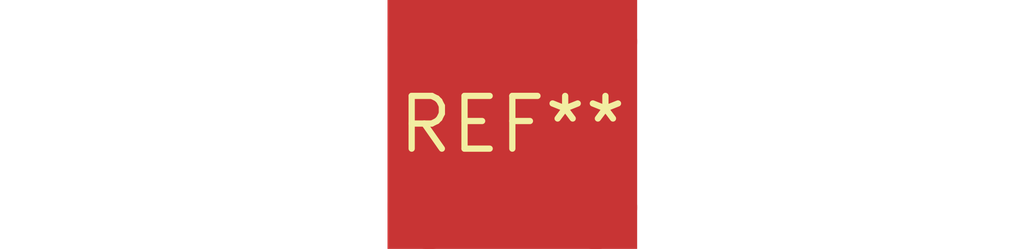
<source format=kicad_pcb>
(kicad_pcb (version 20240108) (generator pcbnew)
  (layers (0 "F.Cu" signal) (31 "B.Cu" signal) (34 "B.Paste" user) (35 "F.Paste" user) (36 "B.SilkS" user "B.Silkscreen") (37 "F.SilkS" user "F.Silkscreen") (38 "B.Mask" user) (39 "F.Mask" user) (44 "Edge.Cuts" user))
  (net 0 "")
  (footprint "NetTie-4_SMD_Pad2.0mm" (layer "F.Cu") (at 0 0)
    (property "Reference" "REF**")
    (property "Value" "NetTie-4_SMD_Pad2.0mm")
    (fp_poly (pts (xy -3 -3) (xy 3 -3) (xy 3 3) (xy -3 3)) (layer "F.Cu") (fill solid))
    (pad "1" smd circle (at -2 -2) (size 2 2) (layers "F.Cu"))
    (pad "2" smd circle (at 2 -2) (size 2 2) (layers "F.Cu"))
    (pad "3" smd circle (at -2 2) (size 2 2) (layers "F.Cu"))
    (pad "4" smd circle (at 2 2) (size 2 2) (layers "F.Cu"))
  )
)
</source>
